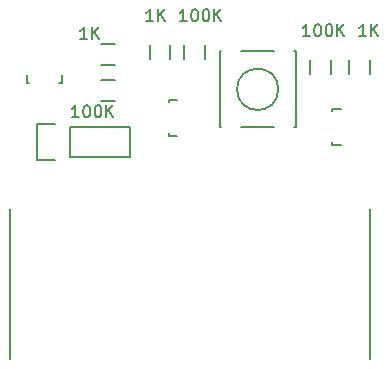
<source format=gto>
G04 #@! TF.FileFunction,Legend,Top*
%FSLAX46Y46*%
G04 Gerber Fmt 4.6, Leading zero omitted, Abs format (unit mm)*
G04 Created by KiCad (PCBNEW 4.0.1-3.201512221402+6198~38~ubuntu14.04.1-stable) date Sun 07 Feb 2016 23:01:24 GMT*
%MOMM*%
G01*
G04 APERTURE LIST*
%ADD10C,0.100000*%
%ADD11C,0.150000*%
G04 APERTURE END LIST*
D10*
D11*
X165735000Y-123190000D02*
X170815000Y-123190000D01*
X170815000Y-123190000D02*
X170815000Y-120650000D01*
X170815000Y-120650000D02*
X165735000Y-120650000D01*
X162915000Y-120370000D02*
X164465000Y-120370000D01*
X165735000Y-120650000D02*
X165735000Y-123190000D01*
X164465000Y-123470000D02*
X162915000Y-123470000D01*
X162915000Y-123470000D02*
X162915000Y-120370000D01*
X188645800Y-122149820D02*
X187944760Y-122149820D01*
X187944760Y-122149820D02*
X187944760Y-121900900D01*
X187944760Y-119350840D02*
X187944760Y-119150180D01*
X187944760Y-119150180D02*
X188645800Y-119150180D01*
X174802800Y-121387820D02*
X174101760Y-121387820D01*
X174101760Y-121387820D02*
X174101760Y-121138900D01*
X174101760Y-118588840D02*
X174101760Y-118388180D01*
X174101760Y-118388180D02*
X174802800Y-118388180D01*
X165075820Y-116281200D02*
X165075820Y-116982240D01*
X165075820Y-116982240D02*
X164826900Y-116982240D01*
X162276840Y-116982240D02*
X162076180Y-116982240D01*
X162076180Y-116982240D02*
X162076180Y-116281200D01*
X183360714Y-117475000D02*
G75*
G03X183360714Y-117475000I-1750714J0D01*
G01*
X184835000Y-120700000D02*
X184710000Y-120700000D01*
X178385000Y-120700000D02*
X178510000Y-120700000D01*
X178385000Y-114250000D02*
X178510000Y-114250000D01*
X184710000Y-114250000D02*
X184835000Y-114250000D01*
X183010000Y-120700000D02*
X180210000Y-120700000D01*
X184835000Y-114250000D02*
X184835000Y-120700000D01*
X183010000Y-114250000D02*
X180210000Y-114250000D01*
X178385000Y-114250000D02*
X178385000Y-120700000D01*
X160655000Y-140335000D02*
X160655000Y-127635000D01*
X191135000Y-140335000D02*
X191135000Y-127635000D01*
X174230000Y-113700000D02*
X174230000Y-114900000D01*
X172480000Y-114900000D02*
X172480000Y-113700000D01*
X177151000Y-113700000D02*
X177151000Y-114900000D01*
X175401000Y-114900000D02*
X175401000Y-113700000D01*
X187819000Y-114970000D02*
X187819000Y-116170000D01*
X186069000Y-116170000D02*
X186069000Y-114970000D01*
X191121000Y-114970000D02*
X191121000Y-116170000D01*
X189371000Y-116170000D02*
X189371000Y-114970000D01*
X169510000Y-118477000D02*
X168310000Y-118477000D01*
X168310000Y-116727000D02*
X169510000Y-116727000D01*
X169510000Y-115429000D02*
X168310000Y-115429000D01*
X168310000Y-113679000D02*
X169510000Y-113679000D01*
X172759715Y-111704381D02*
X172188286Y-111704381D01*
X172474000Y-111704381D02*
X172474000Y-110704381D01*
X172378762Y-110847238D01*
X172283524Y-110942476D01*
X172188286Y-110990095D01*
X173188286Y-111704381D02*
X173188286Y-110704381D01*
X173759715Y-111704381D02*
X173331143Y-111132952D01*
X173759715Y-110704381D02*
X173188286Y-111275810D01*
X175617334Y-111704381D02*
X175045905Y-111704381D01*
X175331619Y-111704381D02*
X175331619Y-110704381D01*
X175236381Y-110847238D01*
X175141143Y-110942476D01*
X175045905Y-110990095D01*
X176236381Y-110704381D02*
X176331620Y-110704381D01*
X176426858Y-110752000D01*
X176474477Y-110799619D01*
X176522096Y-110894857D01*
X176569715Y-111085333D01*
X176569715Y-111323429D01*
X176522096Y-111513905D01*
X176474477Y-111609143D01*
X176426858Y-111656762D01*
X176331620Y-111704381D01*
X176236381Y-111704381D01*
X176141143Y-111656762D01*
X176093524Y-111609143D01*
X176045905Y-111513905D01*
X175998286Y-111323429D01*
X175998286Y-111085333D01*
X176045905Y-110894857D01*
X176093524Y-110799619D01*
X176141143Y-110752000D01*
X176236381Y-110704381D01*
X177188762Y-110704381D02*
X177284001Y-110704381D01*
X177379239Y-110752000D01*
X177426858Y-110799619D01*
X177474477Y-110894857D01*
X177522096Y-111085333D01*
X177522096Y-111323429D01*
X177474477Y-111513905D01*
X177426858Y-111609143D01*
X177379239Y-111656762D01*
X177284001Y-111704381D01*
X177188762Y-111704381D01*
X177093524Y-111656762D01*
X177045905Y-111609143D01*
X176998286Y-111513905D01*
X176950667Y-111323429D01*
X176950667Y-111085333D01*
X176998286Y-110894857D01*
X177045905Y-110799619D01*
X177093524Y-110752000D01*
X177188762Y-110704381D01*
X177950667Y-111704381D02*
X177950667Y-110704381D01*
X178522096Y-111704381D02*
X178093524Y-111132952D01*
X178522096Y-110704381D02*
X177950667Y-111275810D01*
X186031334Y-112974381D02*
X185459905Y-112974381D01*
X185745619Y-112974381D02*
X185745619Y-111974381D01*
X185650381Y-112117238D01*
X185555143Y-112212476D01*
X185459905Y-112260095D01*
X186650381Y-111974381D02*
X186745620Y-111974381D01*
X186840858Y-112022000D01*
X186888477Y-112069619D01*
X186936096Y-112164857D01*
X186983715Y-112355333D01*
X186983715Y-112593429D01*
X186936096Y-112783905D01*
X186888477Y-112879143D01*
X186840858Y-112926762D01*
X186745620Y-112974381D01*
X186650381Y-112974381D01*
X186555143Y-112926762D01*
X186507524Y-112879143D01*
X186459905Y-112783905D01*
X186412286Y-112593429D01*
X186412286Y-112355333D01*
X186459905Y-112164857D01*
X186507524Y-112069619D01*
X186555143Y-112022000D01*
X186650381Y-111974381D01*
X187602762Y-111974381D02*
X187698001Y-111974381D01*
X187793239Y-112022000D01*
X187840858Y-112069619D01*
X187888477Y-112164857D01*
X187936096Y-112355333D01*
X187936096Y-112593429D01*
X187888477Y-112783905D01*
X187840858Y-112879143D01*
X187793239Y-112926762D01*
X187698001Y-112974381D01*
X187602762Y-112974381D01*
X187507524Y-112926762D01*
X187459905Y-112879143D01*
X187412286Y-112783905D01*
X187364667Y-112593429D01*
X187364667Y-112355333D01*
X187412286Y-112164857D01*
X187459905Y-112069619D01*
X187507524Y-112022000D01*
X187602762Y-111974381D01*
X188364667Y-112974381D02*
X188364667Y-111974381D01*
X188936096Y-112974381D02*
X188507524Y-112402952D01*
X188936096Y-111974381D02*
X188364667Y-112545810D01*
X190793715Y-112974381D02*
X190222286Y-112974381D01*
X190508000Y-112974381D02*
X190508000Y-111974381D01*
X190412762Y-112117238D01*
X190317524Y-112212476D01*
X190222286Y-112260095D01*
X191222286Y-112974381D02*
X191222286Y-111974381D01*
X191793715Y-112974381D02*
X191365143Y-112402952D01*
X191793715Y-111974381D02*
X191222286Y-112545810D01*
X166473334Y-119832381D02*
X165901905Y-119832381D01*
X166187619Y-119832381D02*
X166187619Y-118832381D01*
X166092381Y-118975238D01*
X165997143Y-119070476D01*
X165901905Y-119118095D01*
X167092381Y-118832381D02*
X167187620Y-118832381D01*
X167282858Y-118880000D01*
X167330477Y-118927619D01*
X167378096Y-119022857D01*
X167425715Y-119213333D01*
X167425715Y-119451429D01*
X167378096Y-119641905D01*
X167330477Y-119737143D01*
X167282858Y-119784762D01*
X167187620Y-119832381D01*
X167092381Y-119832381D01*
X166997143Y-119784762D01*
X166949524Y-119737143D01*
X166901905Y-119641905D01*
X166854286Y-119451429D01*
X166854286Y-119213333D01*
X166901905Y-119022857D01*
X166949524Y-118927619D01*
X166997143Y-118880000D01*
X167092381Y-118832381D01*
X168044762Y-118832381D02*
X168140001Y-118832381D01*
X168235239Y-118880000D01*
X168282858Y-118927619D01*
X168330477Y-119022857D01*
X168378096Y-119213333D01*
X168378096Y-119451429D01*
X168330477Y-119641905D01*
X168282858Y-119737143D01*
X168235239Y-119784762D01*
X168140001Y-119832381D01*
X168044762Y-119832381D01*
X167949524Y-119784762D01*
X167901905Y-119737143D01*
X167854286Y-119641905D01*
X167806667Y-119451429D01*
X167806667Y-119213333D01*
X167854286Y-119022857D01*
X167901905Y-118927619D01*
X167949524Y-118880000D01*
X168044762Y-118832381D01*
X168806667Y-119832381D02*
X168806667Y-118832381D01*
X169378096Y-119832381D02*
X168949524Y-119260952D01*
X169378096Y-118832381D02*
X168806667Y-119403810D01*
X167171715Y-113228381D02*
X166600286Y-113228381D01*
X166886000Y-113228381D02*
X166886000Y-112228381D01*
X166790762Y-112371238D01*
X166695524Y-112466476D01*
X166600286Y-112514095D01*
X167600286Y-113228381D02*
X167600286Y-112228381D01*
X168171715Y-113228381D02*
X167743143Y-112656952D01*
X168171715Y-112228381D02*
X167600286Y-112799810D01*
M02*

</source>
